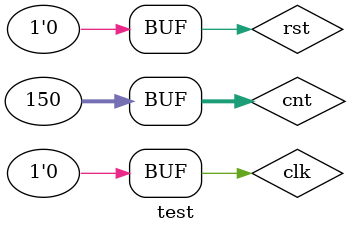
<source format=v>
module test;
	reg clk, rst;	
	
	wire[7:0]row, col;
	wire[1:0]sel;
	
	integer cnt=0;
	
	system S(.clk(clk), .rst(rst), .row(row), .col(col));
	
	initial begin
		rst=1'b1;#1 rst=1'b0;
		clk=1'd0;
		for(cnt=0; cnt<32'd150; cnt=cnt+1)begin
			clk=~clk;
			#1;
		end
	end
	
	initial begin
		$monitor("row:%b, col:%b", row, col);
	end
	
	initial begin
		$dumpfile("test.vcd");
		$dumpvars;
	end	
endmodule
</source>
